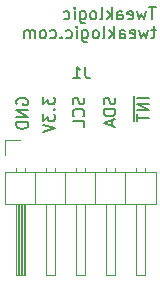
<source format=gbr>
%TF.GenerationSoftware,KiCad,Pcbnew,8.0.4-8.0.4-0~ubuntu22.04.1*%
%TF.CreationDate,2024-08-06T19:19:49+09:30*%
%TF.ProjectId,apds9306-65_breakout-board,61706473-3933-4303-962d-36355f627265,1.0*%
%TF.SameCoordinates,Original*%
%TF.FileFunction,Legend,Bot*%
%TF.FilePolarity,Positive*%
%FSLAX46Y46*%
G04 Gerber Fmt 4.6, Leading zero omitted, Abs format (unit mm)*
G04 Created by KiCad (PCBNEW 8.0.4-8.0.4-0~ubuntu22.04.1) date 2024-08-06 19:19:49*
%MOMM*%
%LPD*%
G01*
G04 APERTURE LIST*
%ADD10C,0.153000*%
%ADD11C,0.120000*%
G04 APERTURE END LIST*
D10*
X148454104Y-102659719D02*
X147882676Y-102659719D01*
X148168390Y-103659719D02*
X148168390Y-102659719D01*
X147644580Y-102993052D02*
X147454104Y-103659719D01*
X147454104Y-103659719D02*
X147263628Y-103183528D01*
X147263628Y-103183528D02*
X147073152Y-103659719D01*
X147073152Y-103659719D02*
X146882676Y-102993052D01*
X146120771Y-103612100D02*
X146216009Y-103659719D01*
X146216009Y-103659719D02*
X146406485Y-103659719D01*
X146406485Y-103659719D02*
X146501723Y-103612100D01*
X146501723Y-103612100D02*
X146549342Y-103516861D01*
X146549342Y-103516861D02*
X146549342Y-103135909D01*
X146549342Y-103135909D02*
X146501723Y-103040671D01*
X146501723Y-103040671D02*
X146406485Y-102993052D01*
X146406485Y-102993052D02*
X146216009Y-102993052D01*
X146216009Y-102993052D02*
X146120771Y-103040671D01*
X146120771Y-103040671D02*
X146073152Y-103135909D01*
X146073152Y-103135909D02*
X146073152Y-103231147D01*
X146073152Y-103231147D02*
X146549342Y-103326385D01*
X145216009Y-103659719D02*
X145216009Y-103135909D01*
X145216009Y-103135909D02*
X145263628Y-103040671D01*
X145263628Y-103040671D02*
X145358866Y-102993052D01*
X145358866Y-102993052D02*
X145549342Y-102993052D01*
X145549342Y-102993052D02*
X145644580Y-103040671D01*
X145216009Y-103612100D02*
X145311247Y-103659719D01*
X145311247Y-103659719D02*
X145549342Y-103659719D01*
X145549342Y-103659719D02*
X145644580Y-103612100D01*
X145644580Y-103612100D02*
X145692199Y-103516861D01*
X145692199Y-103516861D02*
X145692199Y-103421623D01*
X145692199Y-103421623D02*
X145644580Y-103326385D01*
X145644580Y-103326385D02*
X145549342Y-103278766D01*
X145549342Y-103278766D02*
X145311247Y-103278766D01*
X145311247Y-103278766D02*
X145216009Y-103231147D01*
X144739818Y-103659719D02*
X144739818Y-102659719D01*
X144644580Y-103278766D02*
X144358866Y-103659719D01*
X144358866Y-102993052D02*
X144739818Y-103374004D01*
X143787437Y-103659719D02*
X143882675Y-103612100D01*
X143882675Y-103612100D02*
X143930294Y-103516861D01*
X143930294Y-103516861D02*
X143930294Y-102659719D01*
X143263627Y-103659719D02*
X143358865Y-103612100D01*
X143358865Y-103612100D02*
X143406484Y-103564480D01*
X143406484Y-103564480D02*
X143454103Y-103469242D01*
X143454103Y-103469242D02*
X143454103Y-103183528D01*
X143454103Y-103183528D02*
X143406484Y-103088290D01*
X143406484Y-103088290D02*
X143358865Y-103040671D01*
X143358865Y-103040671D02*
X143263627Y-102993052D01*
X143263627Y-102993052D02*
X143120770Y-102993052D01*
X143120770Y-102993052D02*
X143025532Y-103040671D01*
X143025532Y-103040671D02*
X142977913Y-103088290D01*
X142977913Y-103088290D02*
X142930294Y-103183528D01*
X142930294Y-103183528D02*
X142930294Y-103469242D01*
X142930294Y-103469242D02*
X142977913Y-103564480D01*
X142977913Y-103564480D02*
X143025532Y-103612100D01*
X143025532Y-103612100D02*
X143120770Y-103659719D01*
X143120770Y-103659719D02*
X143263627Y-103659719D01*
X142073151Y-102993052D02*
X142073151Y-103802576D01*
X142073151Y-103802576D02*
X142120770Y-103897814D01*
X142120770Y-103897814D02*
X142168389Y-103945433D01*
X142168389Y-103945433D02*
X142263627Y-103993052D01*
X142263627Y-103993052D02*
X142406484Y-103993052D01*
X142406484Y-103993052D02*
X142501722Y-103945433D01*
X142073151Y-103612100D02*
X142168389Y-103659719D01*
X142168389Y-103659719D02*
X142358865Y-103659719D01*
X142358865Y-103659719D02*
X142454103Y-103612100D01*
X142454103Y-103612100D02*
X142501722Y-103564480D01*
X142501722Y-103564480D02*
X142549341Y-103469242D01*
X142549341Y-103469242D02*
X142549341Y-103183528D01*
X142549341Y-103183528D02*
X142501722Y-103088290D01*
X142501722Y-103088290D02*
X142454103Y-103040671D01*
X142454103Y-103040671D02*
X142358865Y-102993052D01*
X142358865Y-102993052D02*
X142168389Y-102993052D01*
X142168389Y-102993052D02*
X142073151Y-103040671D01*
X141596960Y-103659719D02*
X141596960Y-102993052D01*
X141596960Y-102659719D02*
X141644579Y-102707338D01*
X141644579Y-102707338D02*
X141596960Y-102754957D01*
X141596960Y-102754957D02*
X141549341Y-102707338D01*
X141549341Y-102707338D02*
X141596960Y-102659719D01*
X141596960Y-102659719D02*
X141596960Y-102754957D01*
X140692199Y-103612100D02*
X140787437Y-103659719D01*
X140787437Y-103659719D02*
X140977913Y-103659719D01*
X140977913Y-103659719D02*
X141073151Y-103612100D01*
X141073151Y-103612100D02*
X141120770Y-103564480D01*
X141120770Y-103564480D02*
X141168389Y-103469242D01*
X141168389Y-103469242D02*
X141168389Y-103183528D01*
X141168389Y-103183528D02*
X141120770Y-103088290D01*
X141120770Y-103088290D02*
X141073151Y-103040671D01*
X141073151Y-103040671D02*
X140977913Y-102993052D01*
X140977913Y-102993052D02*
X140787437Y-102993052D01*
X140787437Y-102993052D02*
X140692199Y-103040671D01*
X148454104Y-104602996D02*
X148073152Y-104602996D01*
X148311247Y-104269663D02*
X148311247Y-105126805D01*
X148311247Y-105126805D02*
X148263628Y-105222044D01*
X148263628Y-105222044D02*
X148168390Y-105269663D01*
X148168390Y-105269663D02*
X148073152Y-105269663D01*
X147835056Y-104602996D02*
X147644580Y-105269663D01*
X147644580Y-105269663D02*
X147454104Y-104793472D01*
X147454104Y-104793472D02*
X147263628Y-105269663D01*
X147263628Y-105269663D02*
X147073152Y-104602996D01*
X146311247Y-105222044D02*
X146406485Y-105269663D01*
X146406485Y-105269663D02*
X146596961Y-105269663D01*
X146596961Y-105269663D02*
X146692199Y-105222044D01*
X146692199Y-105222044D02*
X146739818Y-105126805D01*
X146739818Y-105126805D02*
X146739818Y-104745853D01*
X146739818Y-104745853D02*
X146692199Y-104650615D01*
X146692199Y-104650615D02*
X146596961Y-104602996D01*
X146596961Y-104602996D02*
X146406485Y-104602996D01*
X146406485Y-104602996D02*
X146311247Y-104650615D01*
X146311247Y-104650615D02*
X146263628Y-104745853D01*
X146263628Y-104745853D02*
X146263628Y-104841091D01*
X146263628Y-104841091D02*
X146739818Y-104936329D01*
X145406485Y-105269663D02*
X145406485Y-104745853D01*
X145406485Y-104745853D02*
X145454104Y-104650615D01*
X145454104Y-104650615D02*
X145549342Y-104602996D01*
X145549342Y-104602996D02*
X145739818Y-104602996D01*
X145739818Y-104602996D02*
X145835056Y-104650615D01*
X145406485Y-105222044D02*
X145501723Y-105269663D01*
X145501723Y-105269663D02*
X145739818Y-105269663D01*
X145739818Y-105269663D02*
X145835056Y-105222044D01*
X145835056Y-105222044D02*
X145882675Y-105126805D01*
X145882675Y-105126805D02*
X145882675Y-105031567D01*
X145882675Y-105031567D02*
X145835056Y-104936329D01*
X145835056Y-104936329D02*
X145739818Y-104888710D01*
X145739818Y-104888710D02*
X145501723Y-104888710D01*
X145501723Y-104888710D02*
X145406485Y-104841091D01*
X144930294Y-105269663D02*
X144930294Y-104269663D01*
X144835056Y-104888710D02*
X144549342Y-105269663D01*
X144549342Y-104602996D02*
X144930294Y-104983948D01*
X143977913Y-105269663D02*
X144073151Y-105222044D01*
X144073151Y-105222044D02*
X144120770Y-105126805D01*
X144120770Y-105126805D02*
X144120770Y-104269663D01*
X143454103Y-105269663D02*
X143549341Y-105222044D01*
X143549341Y-105222044D02*
X143596960Y-105174424D01*
X143596960Y-105174424D02*
X143644579Y-105079186D01*
X143644579Y-105079186D02*
X143644579Y-104793472D01*
X143644579Y-104793472D02*
X143596960Y-104698234D01*
X143596960Y-104698234D02*
X143549341Y-104650615D01*
X143549341Y-104650615D02*
X143454103Y-104602996D01*
X143454103Y-104602996D02*
X143311246Y-104602996D01*
X143311246Y-104602996D02*
X143216008Y-104650615D01*
X143216008Y-104650615D02*
X143168389Y-104698234D01*
X143168389Y-104698234D02*
X143120770Y-104793472D01*
X143120770Y-104793472D02*
X143120770Y-105079186D01*
X143120770Y-105079186D02*
X143168389Y-105174424D01*
X143168389Y-105174424D02*
X143216008Y-105222044D01*
X143216008Y-105222044D02*
X143311246Y-105269663D01*
X143311246Y-105269663D02*
X143454103Y-105269663D01*
X142263627Y-104602996D02*
X142263627Y-105412520D01*
X142263627Y-105412520D02*
X142311246Y-105507758D01*
X142311246Y-105507758D02*
X142358865Y-105555377D01*
X142358865Y-105555377D02*
X142454103Y-105602996D01*
X142454103Y-105602996D02*
X142596960Y-105602996D01*
X142596960Y-105602996D02*
X142692198Y-105555377D01*
X142263627Y-105222044D02*
X142358865Y-105269663D01*
X142358865Y-105269663D02*
X142549341Y-105269663D01*
X142549341Y-105269663D02*
X142644579Y-105222044D01*
X142644579Y-105222044D02*
X142692198Y-105174424D01*
X142692198Y-105174424D02*
X142739817Y-105079186D01*
X142739817Y-105079186D02*
X142739817Y-104793472D01*
X142739817Y-104793472D02*
X142692198Y-104698234D01*
X142692198Y-104698234D02*
X142644579Y-104650615D01*
X142644579Y-104650615D02*
X142549341Y-104602996D01*
X142549341Y-104602996D02*
X142358865Y-104602996D01*
X142358865Y-104602996D02*
X142263627Y-104650615D01*
X141787436Y-105269663D02*
X141787436Y-104602996D01*
X141787436Y-104269663D02*
X141835055Y-104317282D01*
X141835055Y-104317282D02*
X141787436Y-104364901D01*
X141787436Y-104364901D02*
X141739817Y-104317282D01*
X141739817Y-104317282D02*
X141787436Y-104269663D01*
X141787436Y-104269663D02*
X141787436Y-104364901D01*
X140882675Y-105222044D02*
X140977913Y-105269663D01*
X140977913Y-105269663D02*
X141168389Y-105269663D01*
X141168389Y-105269663D02*
X141263627Y-105222044D01*
X141263627Y-105222044D02*
X141311246Y-105174424D01*
X141311246Y-105174424D02*
X141358865Y-105079186D01*
X141358865Y-105079186D02*
X141358865Y-104793472D01*
X141358865Y-104793472D02*
X141311246Y-104698234D01*
X141311246Y-104698234D02*
X141263627Y-104650615D01*
X141263627Y-104650615D02*
X141168389Y-104602996D01*
X141168389Y-104602996D02*
X140977913Y-104602996D01*
X140977913Y-104602996D02*
X140882675Y-104650615D01*
X140454103Y-105174424D02*
X140406484Y-105222044D01*
X140406484Y-105222044D02*
X140454103Y-105269663D01*
X140454103Y-105269663D02*
X140501722Y-105222044D01*
X140501722Y-105222044D02*
X140454103Y-105174424D01*
X140454103Y-105174424D02*
X140454103Y-105269663D01*
X139549342Y-105222044D02*
X139644580Y-105269663D01*
X139644580Y-105269663D02*
X139835056Y-105269663D01*
X139835056Y-105269663D02*
X139930294Y-105222044D01*
X139930294Y-105222044D02*
X139977913Y-105174424D01*
X139977913Y-105174424D02*
X140025532Y-105079186D01*
X140025532Y-105079186D02*
X140025532Y-104793472D01*
X140025532Y-104793472D02*
X139977913Y-104698234D01*
X139977913Y-104698234D02*
X139930294Y-104650615D01*
X139930294Y-104650615D02*
X139835056Y-104602996D01*
X139835056Y-104602996D02*
X139644580Y-104602996D01*
X139644580Y-104602996D02*
X139549342Y-104650615D01*
X138977913Y-105269663D02*
X139073151Y-105222044D01*
X139073151Y-105222044D02*
X139120770Y-105174424D01*
X139120770Y-105174424D02*
X139168389Y-105079186D01*
X139168389Y-105079186D02*
X139168389Y-104793472D01*
X139168389Y-104793472D02*
X139120770Y-104698234D01*
X139120770Y-104698234D02*
X139073151Y-104650615D01*
X139073151Y-104650615D02*
X138977913Y-104602996D01*
X138977913Y-104602996D02*
X138835056Y-104602996D01*
X138835056Y-104602996D02*
X138739818Y-104650615D01*
X138739818Y-104650615D02*
X138692199Y-104698234D01*
X138692199Y-104698234D02*
X138644580Y-104793472D01*
X138644580Y-104793472D02*
X138644580Y-105079186D01*
X138644580Y-105079186D02*
X138692199Y-105174424D01*
X138692199Y-105174424D02*
X138739818Y-105222044D01*
X138739818Y-105222044D02*
X138835056Y-105269663D01*
X138835056Y-105269663D02*
X138977913Y-105269663D01*
X138216008Y-105269663D02*
X138216008Y-104602996D01*
X138216008Y-104698234D02*
X138168389Y-104650615D01*
X138168389Y-104650615D02*
X138073151Y-104602996D01*
X138073151Y-104602996D02*
X137930294Y-104602996D01*
X137930294Y-104602996D02*
X137835056Y-104650615D01*
X137835056Y-104650615D02*
X137787437Y-104745853D01*
X137787437Y-104745853D02*
X137787437Y-105269663D01*
X137787437Y-104745853D02*
X137739818Y-104650615D01*
X137739818Y-104650615D02*
X137644580Y-104602996D01*
X137644580Y-104602996D02*
X137501723Y-104602996D01*
X137501723Y-104602996D02*
X137406484Y-104650615D01*
X137406484Y-104650615D02*
X137358865Y-104745853D01*
X137358865Y-104745853D02*
X137358865Y-105269663D01*
X142382044Y-110291133D02*
X142429663Y-110433990D01*
X142429663Y-110433990D02*
X142429663Y-110672085D01*
X142429663Y-110672085D02*
X142382044Y-110767323D01*
X142382044Y-110767323D02*
X142334424Y-110814942D01*
X142334424Y-110814942D02*
X142239186Y-110862561D01*
X142239186Y-110862561D02*
X142143948Y-110862561D01*
X142143948Y-110862561D02*
X142048710Y-110814942D01*
X142048710Y-110814942D02*
X142001091Y-110767323D01*
X142001091Y-110767323D02*
X141953472Y-110672085D01*
X141953472Y-110672085D02*
X141905853Y-110481609D01*
X141905853Y-110481609D02*
X141858234Y-110386371D01*
X141858234Y-110386371D02*
X141810615Y-110338752D01*
X141810615Y-110338752D02*
X141715377Y-110291133D01*
X141715377Y-110291133D02*
X141620139Y-110291133D01*
X141620139Y-110291133D02*
X141524901Y-110338752D01*
X141524901Y-110338752D02*
X141477282Y-110386371D01*
X141477282Y-110386371D02*
X141429663Y-110481609D01*
X141429663Y-110481609D02*
X141429663Y-110719704D01*
X141429663Y-110719704D02*
X141477282Y-110862561D01*
X142334424Y-111862561D02*
X142382044Y-111814942D01*
X142382044Y-111814942D02*
X142429663Y-111672085D01*
X142429663Y-111672085D02*
X142429663Y-111576847D01*
X142429663Y-111576847D02*
X142382044Y-111433990D01*
X142382044Y-111433990D02*
X142286805Y-111338752D01*
X142286805Y-111338752D02*
X142191567Y-111291133D01*
X142191567Y-111291133D02*
X142001091Y-111243514D01*
X142001091Y-111243514D02*
X141858234Y-111243514D01*
X141858234Y-111243514D02*
X141667758Y-111291133D01*
X141667758Y-111291133D02*
X141572520Y-111338752D01*
X141572520Y-111338752D02*
X141477282Y-111433990D01*
X141477282Y-111433990D02*
X141429663Y-111576847D01*
X141429663Y-111576847D02*
X141429663Y-111672085D01*
X141429663Y-111672085D02*
X141477282Y-111814942D01*
X141477282Y-111814942D02*
X141524901Y-111862561D01*
X142429663Y-112767323D02*
X142429663Y-112291133D01*
X142429663Y-112291133D02*
X141429663Y-112291133D01*
X145002044Y-110291133D02*
X145049663Y-110433990D01*
X145049663Y-110433990D02*
X145049663Y-110672085D01*
X145049663Y-110672085D02*
X145002044Y-110767323D01*
X145002044Y-110767323D02*
X144954424Y-110814942D01*
X144954424Y-110814942D02*
X144859186Y-110862561D01*
X144859186Y-110862561D02*
X144763948Y-110862561D01*
X144763948Y-110862561D02*
X144668710Y-110814942D01*
X144668710Y-110814942D02*
X144621091Y-110767323D01*
X144621091Y-110767323D02*
X144573472Y-110672085D01*
X144573472Y-110672085D02*
X144525853Y-110481609D01*
X144525853Y-110481609D02*
X144478234Y-110386371D01*
X144478234Y-110386371D02*
X144430615Y-110338752D01*
X144430615Y-110338752D02*
X144335377Y-110291133D01*
X144335377Y-110291133D02*
X144240139Y-110291133D01*
X144240139Y-110291133D02*
X144144901Y-110338752D01*
X144144901Y-110338752D02*
X144097282Y-110386371D01*
X144097282Y-110386371D02*
X144049663Y-110481609D01*
X144049663Y-110481609D02*
X144049663Y-110719704D01*
X144049663Y-110719704D02*
X144097282Y-110862561D01*
X145049663Y-111291133D02*
X144049663Y-111291133D01*
X144049663Y-111291133D02*
X144049663Y-111529228D01*
X144049663Y-111529228D02*
X144097282Y-111672085D01*
X144097282Y-111672085D02*
X144192520Y-111767323D01*
X144192520Y-111767323D02*
X144287758Y-111814942D01*
X144287758Y-111814942D02*
X144478234Y-111862561D01*
X144478234Y-111862561D02*
X144621091Y-111862561D01*
X144621091Y-111862561D02*
X144811567Y-111814942D01*
X144811567Y-111814942D02*
X144906805Y-111767323D01*
X144906805Y-111767323D02*
X145002044Y-111672085D01*
X145002044Y-111672085D02*
X145049663Y-111529228D01*
X145049663Y-111529228D02*
X145049663Y-111291133D01*
X144763948Y-112243514D02*
X144763948Y-112719704D01*
X145049663Y-112148276D02*
X144049663Y-112481609D01*
X144049663Y-112481609D02*
X145049663Y-112814942D01*
X138939663Y-110243514D02*
X138939663Y-110862561D01*
X138939663Y-110862561D02*
X139320615Y-110529228D01*
X139320615Y-110529228D02*
X139320615Y-110672085D01*
X139320615Y-110672085D02*
X139368234Y-110767323D01*
X139368234Y-110767323D02*
X139415853Y-110814942D01*
X139415853Y-110814942D02*
X139511091Y-110862561D01*
X139511091Y-110862561D02*
X139749186Y-110862561D01*
X139749186Y-110862561D02*
X139844424Y-110814942D01*
X139844424Y-110814942D02*
X139892044Y-110767323D01*
X139892044Y-110767323D02*
X139939663Y-110672085D01*
X139939663Y-110672085D02*
X139939663Y-110386371D01*
X139939663Y-110386371D02*
X139892044Y-110291133D01*
X139892044Y-110291133D02*
X139844424Y-110243514D01*
X139844424Y-111291133D02*
X139892044Y-111338752D01*
X139892044Y-111338752D02*
X139939663Y-111291133D01*
X139939663Y-111291133D02*
X139892044Y-111243514D01*
X139892044Y-111243514D02*
X139844424Y-111291133D01*
X139844424Y-111291133D02*
X139939663Y-111291133D01*
X138939663Y-111672085D02*
X138939663Y-112291132D01*
X138939663Y-112291132D02*
X139320615Y-111957799D01*
X139320615Y-111957799D02*
X139320615Y-112100656D01*
X139320615Y-112100656D02*
X139368234Y-112195894D01*
X139368234Y-112195894D02*
X139415853Y-112243513D01*
X139415853Y-112243513D02*
X139511091Y-112291132D01*
X139511091Y-112291132D02*
X139749186Y-112291132D01*
X139749186Y-112291132D02*
X139844424Y-112243513D01*
X139844424Y-112243513D02*
X139892044Y-112195894D01*
X139892044Y-112195894D02*
X139939663Y-112100656D01*
X139939663Y-112100656D02*
X139939663Y-111814942D01*
X139939663Y-111814942D02*
X139892044Y-111719704D01*
X139892044Y-111719704D02*
X139844424Y-111672085D01*
X138939663Y-112576847D02*
X139939663Y-112910180D01*
X139939663Y-112910180D02*
X138939663Y-113243513D01*
X136717282Y-110862561D02*
X136669663Y-110767323D01*
X136669663Y-110767323D02*
X136669663Y-110624466D01*
X136669663Y-110624466D02*
X136717282Y-110481609D01*
X136717282Y-110481609D02*
X136812520Y-110386371D01*
X136812520Y-110386371D02*
X136907758Y-110338752D01*
X136907758Y-110338752D02*
X137098234Y-110291133D01*
X137098234Y-110291133D02*
X137241091Y-110291133D01*
X137241091Y-110291133D02*
X137431567Y-110338752D01*
X137431567Y-110338752D02*
X137526805Y-110386371D01*
X137526805Y-110386371D02*
X137622044Y-110481609D01*
X137622044Y-110481609D02*
X137669663Y-110624466D01*
X137669663Y-110624466D02*
X137669663Y-110719704D01*
X137669663Y-110719704D02*
X137622044Y-110862561D01*
X137622044Y-110862561D02*
X137574424Y-110910180D01*
X137574424Y-110910180D02*
X137241091Y-110910180D01*
X137241091Y-110910180D02*
X137241091Y-110719704D01*
X137669663Y-111338752D02*
X136669663Y-111338752D01*
X136669663Y-111338752D02*
X137669663Y-111910180D01*
X137669663Y-111910180D02*
X136669663Y-111910180D01*
X137669663Y-112386371D02*
X136669663Y-112386371D01*
X136669663Y-112386371D02*
X136669663Y-112624466D01*
X136669663Y-112624466D02*
X136717282Y-112767323D01*
X136717282Y-112767323D02*
X136812520Y-112862561D01*
X136812520Y-112862561D02*
X136907758Y-112910180D01*
X136907758Y-112910180D02*
X137098234Y-112957799D01*
X137098234Y-112957799D02*
X137241091Y-112957799D01*
X137241091Y-112957799D02*
X137431567Y-112910180D01*
X137431567Y-112910180D02*
X137526805Y-112862561D01*
X137526805Y-112862561D02*
X137622044Y-112767323D01*
X137622044Y-112767323D02*
X137669663Y-112624466D01*
X137669663Y-112624466D02*
X137669663Y-112386371D01*
X147869663Y-110338752D02*
X146869663Y-110338752D01*
X147869663Y-110814942D02*
X146869663Y-110814942D01*
X146869663Y-110814942D02*
X147869663Y-111386370D01*
X147869663Y-111386370D02*
X146869663Y-111386370D01*
X146869663Y-111719704D02*
X146869663Y-112291132D01*
X147869663Y-112005418D02*
X146869663Y-112005418D01*
X146592044Y-110200657D02*
X146592044Y-112286371D01*
X142483333Y-107674663D02*
X142483333Y-108388948D01*
X142483333Y-108388948D02*
X142530952Y-108531805D01*
X142530952Y-108531805D02*
X142626190Y-108627044D01*
X142626190Y-108627044D02*
X142769047Y-108674663D01*
X142769047Y-108674663D02*
X142864285Y-108674663D01*
X141483333Y-108674663D02*
X142054761Y-108674663D01*
X141769047Y-108674663D02*
X141769047Y-107674663D01*
X141769047Y-107674663D02*
X141864285Y-107817520D01*
X141864285Y-107817520D02*
X141959523Y-107912758D01*
X141959523Y-107912758D02*
X142054761Y-107960377D01*
D11*
%TO.C,J1*%
X147540000Y-119280000D02*
X147540000Y-125280000D01*
X147540000Y-125280000D02*
X146780000Y-125280000D01*
X145000000Y-119280000D02*
X145000000Y-125280000D01*
X145000000Y-125280000D02*
X144240000Y-125280000D01*
X142460000Y-119280000D02*
X142460000Y-125280000D01*
X142460000Y-125280000D02*
X141700000Y-125280000D01*
X139920000Y-119280000D02*
X139920000Y-125280000D01*
X139920000Y-125280000D02*
X139160000Y-125280000D01*
X137380000Y-119280000D02*
X137380000Y-125280000D01*
X137380000Y-125280000D02*
X136620000Y-125280000D01*
X135670000Y-119280000D02*
X148490000Y-119280000D01*
X146780000Y-125280000D02*
X146780000Y-119280000D01*
X144240000Y-125280000D02*
X144240000Y-119280000D01*
X141700000Y-125280000D02*
X141700000Y-119280000D01*
X139160000Y-125280000D02*
X139160000Y-119280000D01*
X137280000Y-125280000D02*
X137280000Y-119280000D01*
X137160000Y-125280000D02*
X137160000Y-119280000D01*
X137040000Y-125280000D02*
X137040000Y-119280000D01*
X136920000Y-125280000D02*
X136920000Y-119280000D01*
X136800000Y-125280000D02*
X136800000Y-119280000D01*
X136680000Y-125280000D02*
X136680000Y-119280000D01*
X136620000Y-125280000D02*
X136620000Y-119280000D01*
X135670000Y-116620000D02*
X135670000Y-119280000D01*
X148490000Y-119280000D02*
X148490000Y-116620000D01*
X145890000Y-119280000D02*
X145890000Y-116620000D01*
X143350000Y-119280000D02*
X143350000Y-116620000D01*
X140810000Y-119280000D02*
X140810000Y-116620000D01*
X138270000Y-119280000D02*
X138270000Y-116620000D01*
X148490000Y-116620000D02*
X135670000Y-116620000D01*
X137380000Y-116620000D02*
X137380000Y-116290000D01*
X136620000Y-116620000D02*
X136620000Y-116290000D01*
X147540000Y-116620000D02*
X147540000Y-116222929D01*
X146780000Y-116620000D02*
X146780000Y-116222929D01*
X145000000Y-116620000D02*
X145000000Y-116222929D01*
X144240000Y-116620000D02*
X144240000Y-116222929D01*
X142460000Y-116620000D02*
X142460000Y-116222929D01*
X141700000Y-116620000D02*
X141700000Y-116222929D01*
X139920000Y-116620000D02*
X139920000Y-116222929D01*
X139160000Y-116620000D02*
X139160000Y-116222929D01*
X135730000Y-113910000D02*
X137000000Y-113910000D01*
X135730000Y-115180000D02*
X135730000Y-113910000D01*
%TD*%
M02*

</source>
